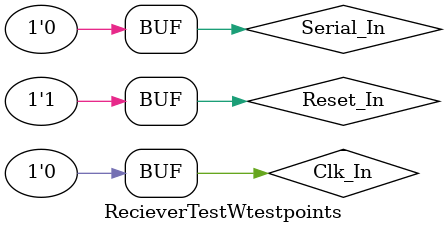
<source format=v>
`timescale 1ns / 1ps


module RecieverTestWtestpoints;

	// Inputs
	reg Serial_In;
	reg Reset_In;
	reg Clk_In;

	// Outputs
	wire Len;
	wire Ldir;
	wire Ren;
	wire Rdir;

	wire [11:0] decoder;
	wire transfer;
	wire clk;
	
	// Instantiate the Unit Under Test (UUT)
	Receiver UUT (
    .Serial_In(Serial_In), 
    .Reset_In(Reset_In), 
    .Clk_In(Clk_In), 
	 .decoder_in(decoder),
	 .transfer_enable(transfer),
	 .internal_clk(clk),
    .Len(Len), 
    .Ldir(Ldir), 
    .Ren(Ren), 
    .Rdir(Rdir)
	);

		always
		begin
		Clk_In = 1; #5; Clk_In = 0; #5;
		end

	initial begin
		// Initialize Inputs
		Serial_In = 0; Reset_In = 0;
#20	Reset_In = 0;
#20	Reset_In = 1;
#20   Serial_In = 1;  //Start Bit
#20   Serial_In = 0;  //Start Bit
#20   Serial_In = 1;  //Start Bit
#20   Serial_In = 0;
#100   Serial_In = 1;
#20	Serial_In = 0;
#140  Serial_In = 1;  //Start Bit
#20   Serial_In = 0;  //Start Bit
#20   Serial_In = 1;  //Start Bit
#20   Serial_In = 0;
#100   Serial_In = 1;
#20	Serial_In = 0;
#140  Serial_In = 1;  //Start Bit
#20   Serial_In = 0;  //Start Bit
#20   Serial_In = 1;  //Start Bit
#20   Serial_In = 0;
#100   Serial_In = 1;
#20	Serial_In = 0;
#140  Serial_In = 1;  //Start Bit
#20   Serial_In = 0;  //Start Bit
#20   Serial_In = 1;  //Start Bit
#20   Serial_In = 0;
#100   Serial_In = 1;
#20	Serial_In = 0;
#140  Serial_In = 1;  //Start Bit
#20   Serial_In = 0;  //Start Bit
#20   Serial_In = 1;  //Start Bit
#20   Serial_In = 0;
#100   Serial_In = 1;
#40	Serial_In = 0;
#100  Serial_In = 1;  //Start Bit
#20   Serial_In = 0;  //Start Bit
#20   Serial_In = 1;  //Start Bit
#20   Serial_In = 0;
#100   Serial_In = 1;
#40	Serial_In = 0;
#100  Serial_In = 1;  //Start Bit
#20   Serial_In = 0;  //Start Bit
#20   Serial_In = 1;  //Start Bit
#20   Serial_In = 0;
#80   Serial_In = 1;
#60	Serial_In = 0;
#100  Serial_In = 1;  //Start Bit
#20   Serial_In = 0;  //Start Bit
#20   Serial_In = 1;  //Start Bit
#20   Serial_In = 0;
#80   Serial_In = 1;
#60	Serial_In = 0;
#100  Serial_In = 1;  //Start Bit
#20   Serial_In = 0;  //Start Bit
#20   Serial_In = 1;  //Start Bit
#20   Serial_In = 0;
#80   Serial_In = 1;
#60	Serial_In = 0;


	end
      
endmodule


</source>
